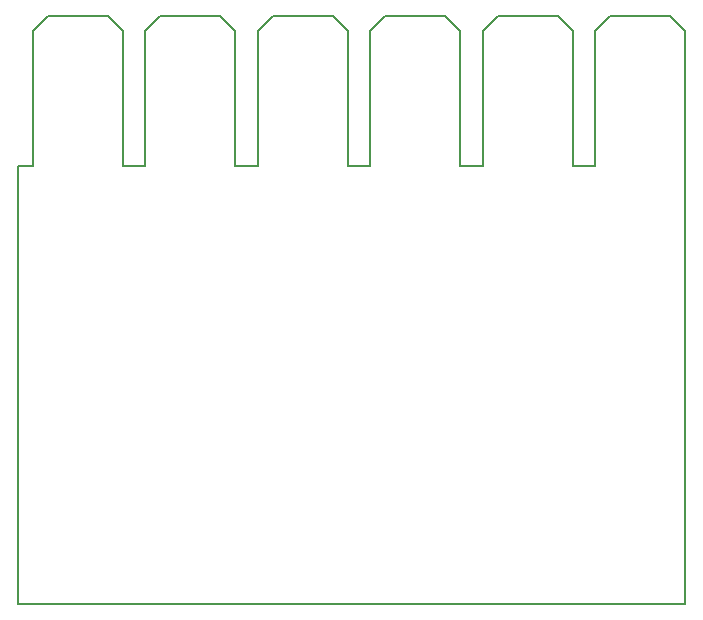
<source format=gm1>
G04 #@! TF.FileFunction,Profile,NP*
%FSLAX46Y46*%
G04 Gerber Fmt 4.6, Leading zero omitted, Abs format (unit mm)*
G04 Created by KiCad (PCBNEW 4.0.0-rc1-stable) date 10/15/2015 12:59:49 AM*
%MOMM*%
G01*
G04 APERTURE LIST*
%ADD10C,0.100000*%
%ADD11C,0.150000*%
G04 APERTURE END LIST*
D10*
D11*
X118427500Y-128270000D02*
X174942500Y-128270000D01*
X118427500Y-91122500D02*
X118427500Y-128270000D01*
X119697500Y-91122500D02*
X118427500Y-91122500D01*
X119697500Y-79692500D02*
X119697500Y-91122500D01*
X120967500Y-78422500D02*
X119697500Y-79692500D01*
X126047500Y-78422500D02*
X120967500Y-78422500D01*
X127317500Y-79692500D02*
X126047500Y-78422500D01*
X127317500Y-91122500D02*
X127317500Y-79692500D01*
X129222500Y-91122500D02*
X127317500Y-91122500D01*
X129222500Y-79692500D02*
X129222500Y-91122500D01*
X130492500Y-78422500D02*
X129222500Y-79692500D01*
X135572500Y-78422500D02*
X130492500Y-78422500D01*
X136842500Y-79692500D02*
X135572500Y-78422500D01*
X136842500Y-91122500D02*
X136842500Y-79692500D01*
X138747500Y-79692500D02*
X138747500Y-91122500D01*
X140017500Y-78422500D02*
X138747500Y-79692500D01*
X145097500Y-78422500D02*
X140017500Y-78422500D01*
X146367500Y-79692500D02*
X145097500Y-78422500D01*
X146367500Y-91122500D02*
X146367500Y-79692500D01*
X148272500Y-91122500D02*
X146367500Y-91122500D01*
X148272500Y-79692500D02*
X148272500Y-91122500D01*
X149542500Y-78422500D02*
X148272500Y-79692500D01*
X154622500Y-78422500D02*
X149542500Y-78422500D01*
X155892500Y-79692500D02*
X154622500Y-78422500D01*
X155892500Y-91122500D02*
X155892500Y-79692500D01*
X157797500Y-91122500D02*
X155892500Y-91122500D01*
X157797500Y-79692500D02*
X157797500Y-91122500D01*
X159067500Y-78422500D02*
X157797500Y-79692500D01*
X164147500Y-78422500D02*
X159067500Y-78422500D01*
X165417500Y-79692500D02*
X164147500Y-78422500D01*
X165417500Y-91122500D02*
X165417500Y-79692500D01*
X167322500Y-91122500D02*
X165417500Y-91122500D01*
X167322500Y-79692500D02*
X167322500Y-91122500D01*
X168592500Y-78422500D02*
X167322500Y-79692500D01*
X173672500Y-78422500D02*
X168592500Y-78422500D01*
X174942500Y-79692500D02*
X173672500Y-78422500D01*
X174942500Y-128270000D02*
X174942500Y-79692500D01*
X136842500Y-91122500D02*
X138747500Y-91122500D01*
M02*

</source>
